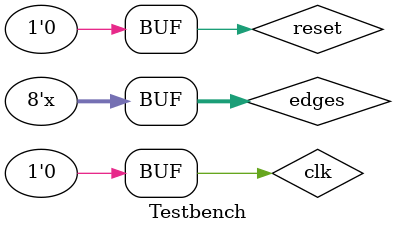
<source format=sv>
module Testbench();

    logic clk, reset, outputonly;
    logic [7:0] edges;

    wire [5:0] outputx;
    assign outputonly = ^outputx;

    initial begin
        $dumpfile("wave.vcd");
        $dumpvars(0, Testbench);
        reset<=1; edges <= 0; #1;
        reset<=0;
    end

    always begin
        clk<= 1; #1;
        clk<=0; #1;
        edges <= edges + 1;
    end

    SimpleWriteOnExec simpleWriteOnExec(clk, reset, edges, outputx);

endmodule
</source>
